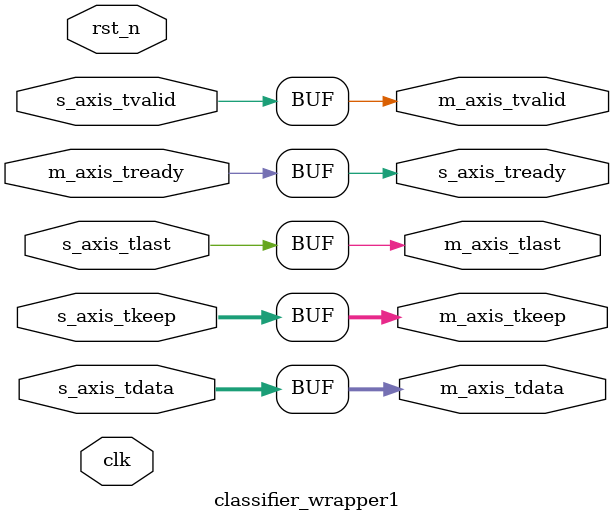
<source format=v>
module classifier_wrapper1 #(
    parameter DATA_WIDTH = 32,
    parameter KEEP_WIDTH = 4
)(
    input wire clk,
    input wire rst_n,

    // AXI-Stream input interface
    input wire [DATA_WIDTH-1:0] s_axis_tdata,
    input wire [KEEP_WIDTH-1:0] s_axis_tkeep,
    input wire                  s_axis_tvalid,
    output wire                 s_axis_tready,
    input wire                  s_axis_tlast,

    // AXI-Stream output interface
    output wire [DATA_WIDTH-1:0] m_axis_tdata,
    output wire [KEEP_WIDTH-1:0] m_axis_tkeep,
    output wire                  m_axis_tvalid,
    input wire                   m_axis_tready,
    output wire                  m_axis_tlast
);

    // For now, simply pass through the AXI-Stream signals
    assign m_axis_tdata  = s_axis_tdata;
    assign m_axis_tkeep  = s_axis_tkeep;
    assign m_axis_tvalid = s_axis_tvalid;
    assign s_axis_tready = m_axis_tready;
    assign m_axis_tlast  = s_axis_tlast;

endmodule


</source>
